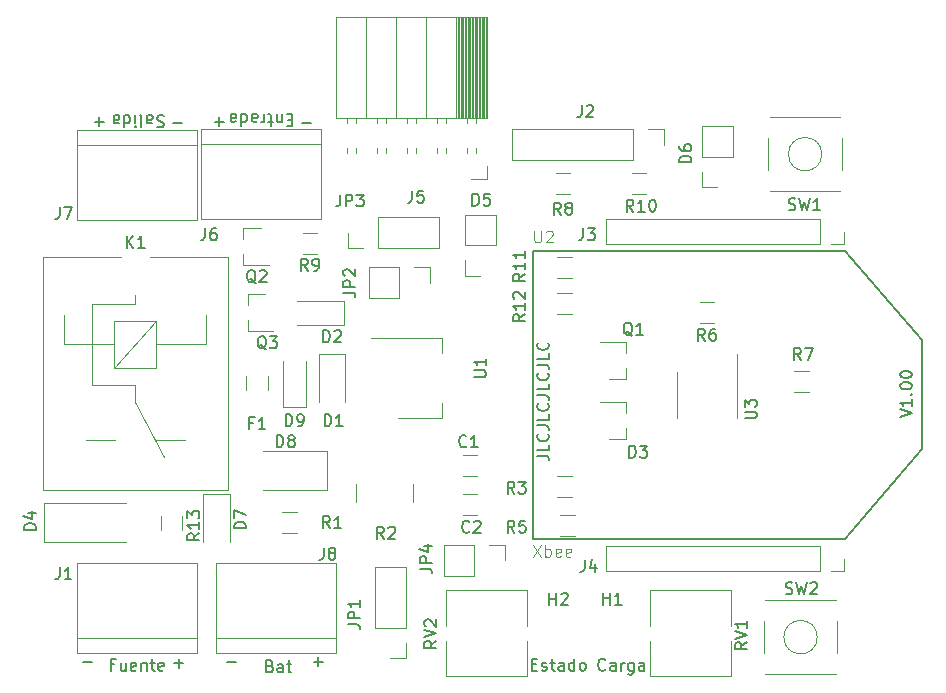
<source format=gto>
G04 #@! TF.GenerationSoftware,KiCad,Pcbnew,(5.1.2)-1*
G04 #@! TF.CreationDate,2019-11-15T10:44:12-03:00*
G04 #@! TF.ProjectId,Xbee,58626565-2e6b-4696-9361-645f70636258,rev?*
G04 #@! TF.SameCoordinates,Original*
G04 #@! TF.FileFunction,Legend,Top*
G04 #@! TF.FilePolarity,Positive*
%FSLAX46Y46*%
G04 Gerber Fmt 4.6, Leading zero omitted, Abs format (unit mm)*
G04 Created by KiCad (PCBNEW (5.1.2)-1) date 2019-11-15 10:44:12*
%MOMM*%
%LPD*%
G04 APERTURE LIST*
%ADD10C,0.150000*%
%ADD11C,0.120000*%
%ADD12C,0.200000*%
%ADD13C,0.050000*%
G04 APERTURE END LIST*
D10*
X156678380Y-57118000D02*
X157678380Y-56784666D01*
X156678380Y-56451333D01*
X157678380Y-55594190D02*
X157678380Y-56165619D01*
X157678380Y-55879904D02*
X156678380Y-55879904D01*
X156821238Y-55975142D01*
X156916476Y-56070380D01*
X156964095Y-56165619D01*
X157583142Y-55165619D02*
X157630761Y-55118000D01*
X157678380Y-55165619D01*
X157630761Y-55213238D01*
X157583142Y-55165619D01*
X157678380Y-55165619D01*
X156678380Y-54498952D02*
X156678380Y-54403714D01*
X156726000Y-54308476D01*
X156773619Y-54260857D01*
X156868857Y-54213238D01*
X157059333Y-54165619D01*
X157297428Y-54165619D01*
X157487904Y-54213238D01*
X157583142Y-54260857D01*
X157630761Y-54308476D01*
X157678380Y-54403714D01*
X157678380Y-54498952D01*
X157630761Y-54594190D01*
X157583142Y-54641809D01*
X157487904Y-54689428D01*
X157297428Y-54737047D01*
X157059333Y-54737047D01*
X156868857Y-54689428D01*
X156773619Y-54641809D01*
X156726000Y-54594190D01*
X156678380Y-54498952D01*
X156678380Y-53546571D02*
X156678380Y-53451333D01*
X156726000Y-53356095D01*
X156773619Y-53308476D01*
X156868857Y-53260857D01*
X157059333Y-53213238D01*
X157297428Y-53213238D01*
X157487904Y-53260857D01*
X157583142Y-53308476D01*
X157630761Y-53356095D01*
X157678380Y-53451333D01*
X157678380Y-53546571D01*
X157630761Y-53641809D01*
X157583142Y-53689428D01*
X157487904Y-53737047D01*
X157297428Y-53784666D01*
X157059333Y-53784666D01*
X156868857Y-53737047D01*
X156773619Y-53689428D01*
X156726000Y-53641809D01*
X156678380Y-53546571D01*
X125944380Y-60372047D02*
X126658666Y-60372047D01*
X126801523Y-60419666D01*
X126896761Y-60514904D01*
X126944380Y-60657761D01*
X126944380Y-60753000D01*
X126944380Y-59419666D02*
X126944380Y-59895857D01*
X125944380Y-59895857D01*
X126849142Y-58514904D02*
X126896761Y-58562523D01*
X126944380Y-58705380D01*
X126944380Y-58800619D01*
X126896761Y-58943476D01*
X126801523Y-59038714D01*
X126706285Y-59086333D01*
X126515809Y-59133952D01*
X126372952Y-59133952D01*
X126182476Y-59086333D01*
X126087238Y-59038714D01*
X125992000Y-58943476D01*
X125944380Y-58800619D01*
X125944380Y-58705380D01*
X125992000Y-58562523D01*
X126039619Y-58514904D01*
X125944380Y-57800619D02*
X126658666Y-57800619D01*
X126801523Y-57848238D01*
X126896761Y-57943476D01*
X126944380Y-58086333D01*
X126944380Y-58181571D01*
X126944380Y-56848238D02*
X126944380Y-57324428D01*
X125944380Y-57324428D01*
X126849142Y-55943476D02*
X126896761Y-55991095D01*
X126944380Y-56133952D01*
X126944380Y-56229190D01*
X126896761Y-56372047D01*
X126801523Y-56467285D01*
X126706285Y-56514904D01*
X126515809Y-56562523D01*
X126372952Y-56562523D01*
X126182476Y-56514904D01*
X126087238Y-56467285D01*
X125992000Y-56372047D01*
X125944380Y-56229190D01*
X125944380Y-56133952D01*
X125992000Y-55991095D01*
X126039619Y-55943476D01*
X125944380Y-55229190D02*
X126658666Y-55229190D01*
X126801523Y-55276809D01*
X126896761Y-55372047D01*
X126944380Y-55514904D01*
X126944380Y-55610142D01*
X126944380Y-54276809D02*
X126944380Y-54753000D01*
X125944380Y-54753000D01*
X126849142Y-53372047D02*
X126896761Y-53419666D01*
X126944380Y-53562523D01*
X126944380Y-53657761D01*
X126896761Y-53800619D01*
X126801523Y-53895857D01*
X126706285Y-53943476D01*
X126515809Y-53991095D01*
X126372952Y-53991095D01*
X126182476Y-53943476D01*
X126087238Y-53895857D01*
X125992000Y-53800619D01*
X125944380Y-53657761D01*
X125944380Y-53562523D01*
X125992000Y-53419666D01*
X126039619Y-53372047D01*
X125944380Y-52657761D02*
X126658666Y-52657761D01*
X126801523Y-52705380D01*
X126896761Y-52800619D01*
X126944380Y-52943476D01*
X126944380Y-53038714D01*
X126944380Y-51705380D02*
X126944380Y-52181571D01*
X125944380Y-52181571D01*
X126849142Y-50800619D02*
X126896761Y-50848238D01*
X126944380Y-50991095D01*
X126944380Y-51086333D01*
X126896761Y-51229190D01*
X126801523Y-51324428D01*
X126706285Y-51372047D01*
X126515809Y-51419666D01*
X126372952Y-51419666D01*
X126182476Y-51372047D01*
X126087238Y-51324428D01*
X125992000Y-51229190D01*
X125944380Y-51086333D01*
X125944380Y-50991095D01*
X125992000Y-50848238D01*
X126039619Y-50800619D01*
X131738857Y-78462142D02*
X131691238Y-78509761D01*
X131548380Y-78557380D01*
X131453142Y-78557380D01*
X131310285Y-78509761D01*
X131215047Y-78414523D01*
X131167428Y-78319285D01*
X131119809Y-78128809D01*
X131119809Y-77985952D01*
X131167428Y-77795476D01*
X131215047Y-77700238D01*
X131310285Y-77605000D01*
X131453142Y-77557380D01*
X131548380Y-77557380D01*
X131691238Y-77605000D01*
X131738857Y-77652619D01*
X132596000Y-78557380D02*
X132596000Y-78033571D01*
X132548380Y-77938333D01*
X132453142Y-77890714D01*
X132262666Y-77890714D01*
X132167428Y-77938333D01*
X132596000Y-78509761D02*
X132500761Y-78557380D01*
X132262666Y-78557380D01*
X132167428Y-78509761D01*
X132119809Y-78414523D01*
X132119809Y-78319285D01*
X132167428Y-78224047D01*
X132262666Y-78176428D01*
X132500761Y-78176428D01*
X132596000Y-78128809D01*
X133072190Y-78557380D02*
X133072190Y-77890714D01*
X133072190Y-78081190D02*
X133119809Y-77985952D01*
X133167428Y-77938333D01*
X133262666Y-77890714D01*
X133357904Y-77890714D01*
X134119809Y-77890714D02*
X134119809Y-78700238D01*
X134072190Y-78795476D01*
X134024571Y-78843095D01*
X133929333Y-78890714D01*
X133786476Y-78890714D01*
X133691238Y-78843095D01*
X134119809Y-78509761D02*
X134024571Y-78557380D01*
X133834095Y-78557380D01*
X133738857Y-78509761D01*
X133691238Y-78462142D01*
X133643619Y-78366904D01*
X133643619Y-78081190D01*
X133691238Y-77985952D01*
X133738857Y-77938333D01*
X133834095Y-77890714D01*
X134024571Y-77890714D01*
X134119809Y-77938333D01*
X135024571Y-78557380D02*
X135024571Y-78033571D01*
X134976952Y-77938333D01*
X134881714Y-77890714D01*
X134691238Y-77890714D01*
X134596000Y-77938333D01*
X135024571Y-78509761D02*
X134929333Y-78557380D01*
X134691238Y-78557380D01*
X134596000Y-78509761D01*
X134548380Y-78414523D01*
X134548380Y-78319285D01*
X134596000Y-78224047D01*
X134691238Y-78176428D01*
X134929333Y-78176428D01*
X135024571Y-78128809D01*
X125500095Y-78033571D02*
X125833428Y-78033571D01*
X125976285Y-78557380D02*
X125500095Y-78557380D01*
X125500095Y-77557380D01*
X125976285Y-77557380D01*
X126357238Y-78509761D02*
X126452476Y-78557380D01*
X126642952Y-78557380D01*
X126738190Y-78509761D01*
X126785809Y-78414523D01*
X126785809Y-78366904D01*
X126738190Y-78271666D01*
X126642952Y-78224047D01*
X126500095Y-78224047D01*
X126404857Y-78176428D01*
X126357238Y-78081190D01*
X126357238Y-78033571D01*
X126404857Y-77938333D01*
X126500095Y-77890714D01*
X126642952Y-77890714D01*
X126738190Y-77938333D01*
X127071523Y-77890714D02*
X127452476Y-77890714D01*
X127214380Y-77557380D02*
X127214380Y-78414523D01*
X127262000Y-78509761D01*
X127357238Y-78557380D01*
X127452476Y-78557380D01*
X128214380Y-78557380D02*
X128214380Y-78033571D01*
X128166761Y-77938333D01*
X128071523Y-77890714D01*
X127881047Y-77890714D01*
X127785809Y-77938333D01*
X128214380Y-78509761D02*
X128119142Y-78557380D01*
X127881047Y-78557380D01*
X127785809Y-78509761D01*
X127738190Y-78414523D01*
X127738190Y-78319285D01*
X127785809Y-78224047D01*
X127881047Y-78176428D01*
X128119142Y-78176428D01*
X128214380Y-78128809D01*
X129119142Y-78557380D02*
X129119142Y-77557380D01*
X129119142Y-78509761D02*
X129023904Y-78557380D01*
X128833428Y-78557380D01*
X128738190Y-78509761D01*
X128690571Y-78462142D01*
X128642952Y-78366904D01*
X128642952Y-78081190D01*
X128690571Y-77985952D01*
X128738190Y-77938333D01*
X128833428Y-77890714D01*
X129023904Y-77890714D01*
X129119142Y-77938333D01*
X129738190Y-78557380D02*
X129642952Y-78509761D01*
X129595333Y-78462142D01*
X129547714Y-78366904D01*
X129547714Y-78081190D01*
X129595333Y-77985952D01*
X129642952Y-77938333D01*
X129738190Y-77890714D01*
X129881047Y-77890714D01*
X129976285Y-77938333D01*
X130023904Y-77985952D01*
X130071523Y-78081190D01*
X130071523Y-78366904D01*
X130023904Y-78462142D01*
X129976285Y-78509761D01*
X129881047Y-78557380D01*
X129738190Y-78557380D01*
X98679047Y-32075428D02*
X99440952Y-32075428D01*
X99060000Y-32456380D02*
X99060000Y-31694476D01*
X88519047Y-32075428D02*
X89280952Y-32075428D01*
X88900000Y-32456380D02*
X88900000Y-31694476D01*
X106045047Y-32202428D02*
X106806952Y-32202428D01*
X95123047Y-32202428D02*
X95884952Y-32202428D01*
X105235047Y-31948428D02*
X104901714Y-31948428D01*
X104758857Y-31424619D02*
X105235047Y-31424619D01*
X105235047Y-32424619D01*
X104758857Y-32424619D01*
X104330285Y-32091285D02*
X104330285Y-31424619D01*
X104330285Y-31996047D02*
X104282666Y-32043666D01*
X104187428Y-32091285D01*
X104044571Y-32091285D01*
X103949333Y-32043666D01*
X103901714Y-31948428D01*
X103901714Y-31424619D01*
X103568380Y-32091285D02*
X103187428Y-32091285D01*
X103425523Y-32424619D02*
X103425523Y-31567476D01*
X103377904Y-31472238D01*
X103282666Y-31424619D01*
X103187428Y-31424619D01*
X102854095Y-31424619D02*
X102854095Y-32091285D01*
X102854095Y-31900809D02*
X102806476Y-31996047D01*
X102758857Y-32043666D01*
X102663619Y-32091285D01*
X102568380Y-32091285D01*
X101806476Y-31424619D02*
X101806476Y-31948428D01*
X101854095Y-32043666D01*
X101949333Y-32091285D01*
X102139809Y-32091285D01*
X102235047Y-32043666D01*
X101806476Y-31472238D02*
X101901714Y-31424619D01*
X102139809Y-31424619D01*
X102235047Y-31472238D01*
X102282666Y-31567476D01*
X102282666Y-31662714D01*
X102235047Y-31757952D01*
X102139809Y-31805571D01*
X101901714Y-31805571D01*
X101806476Y-31853190D01*
X100901714Y-31424619D02*
X100901714Y-32424619D01*
X100901714Y-31472238D02*
X100996952Y-31424619D01*
X101187428Y-31424619D01*
X101282666Y-31472238D01*
X101330285Y-31519857D01*
X101377904Y-31615095D01*
X101377904Y-31900809D01*
X101330285Y-31996047D01*
X101282666Y-32043666D01*
X101187428Y-32091285D01*
X100996952Y-32091285D01*
X100901714Y-32043666D01*
X99996952Y-31424619D02*
X99996952Y-31948428D01*
X100044571Y-32043666D01*
X100139809Y-32091285D01*
X100330285Y-32091285D01*
X100425523Y-32043666D01*
X99996952Y-31472238D02*
X100092190Y-31424619D01*
X100330285Y-31424619D01*
X100425523Y-31472238D01*
X100473142Y-31567476D01*
X100473142Y-31662714D01*
X100425523Y-31757952D01*
X100330285Y-31805571D01*
X100092190Y-31805571D01*
X99996952Y-31853190D01*
X94344857Y-31599238D02*
X94202000Y-31551619D01*
X93963904Y-31551619D01*
X93868666Y-31599238D01*
X93821047Y-31646857D01*
X93773428Y-31742095D01*
X93773428Y-31837333D01*
X93821047Y-31932571D01*
X93868666Y-31980190D01*
X93963904Y-32027809D01*
X94154380Y-32075428D01*
X94249619Y-32123047D01*
X94297238Y-32170666D01*
X94344857Y-32265904D01*
X94344857Y-32361142D01*
X94297238Y-32456380D01*
X94249619Y-32504000D01*
X94154380Y-32551619D01*
X93916285Y-32551619D01*
X93773428Y-32504000D01*
X92916285Y-31551619D02*
X92916285Y-32075428D01*
X92963904Y-32170666D01*
X93059142Y-32218285D01*
X93249619Y-32218285D01*
X93344857Y-32170666D01*
X92916285Y-31599238D02*
X93011523Y-31551619D01*
X93249619Y-31551619D01*
X93344857Y-31599238D01*
X93392476Y-31694476D01*
X93392476Y-31789714D01*
X93344857Y-31884952D01*
X93249619Y-31932571D01*
X93011523Y-31932571D01*
X92916285Y-31980190D01*
X92297238Y-31551619D02*
X92392476Y-31599238D01*
X92440095Y-31694476D01*
X92440095Y-32551619D01*
X91916285Y-31551619D02*
X91916285Y-32218285D01*
X91916285Y-32551619D02*
X91963904Y-32504000D01*
X91916285Y-32456380D01*
X91868666Y-32504000D01*
X91916285Y-32551619D01*
X91916285Y-32456380D01*
X91011523Y-31551619D02*
X91011523Y-32551619D01*
X91011523Y-31599238D02*
X91106761Y-31551619D01*
X91297238Y-31551619D01*
X91392476Y-31599238D01*
X91440095Y-31646857D01*
X91487714Y-31742095D01*
X91487714Y-32027809D01*
X91440095Y-32123047D01*
X91392476Y-32170666D01*
X91297238Y-32218285D01*
X91106761Y-32218285D01*
X91011523Y-32170666D01*
X90106761Y-31551619D02*
X90106761Y-32075428D01*
X90154380Y-32170666D01*
X90249619Y-32218285D01*
X90440095Y-32218285D01*
X90535333Y-32170666D01*
X90106761Y-31599238D02*
X90202000Y-31551619D01*
X90440095Y-31551619D01*
X90535333Y-31599238D01*
X90582952Y-31694476D01*
X90582952Y-31789714D01*
X90535333Y-31884952D01*
X90440095Y-31932571D01*
X90202000Y-31932571D01*
X90106761Y-31980190D01*
X95250047Y-77922428D02*
X96011952Y-77922428D01*
X95631000Y-78303380D02*
X95631000Y-77541476D01*
X87503047Y-77795428D02*
X88264952Y-77795428D01*
X90170238Y-78033571D02*
X89836904Y-78033571D01*
X89836904Y-78557380D02*
X89836904Y-77557380D01*
X90313095Y-77557380D01*
X91122619Y-77890714D02*
X91122619Y-78557380D01*
X90694047Y-77890714D02*
X90694047Y-78414523D01*
X90741666Y-78509761D01*
X90836904Y-78557380D01*
X90979761Y-78557380D01*
X91075000Y-78509761D01*
X91122619Y-78462142D01*
X91979761Y-78509761D02*
X91884523Y-78557380D01*
X91694047Y-78557380D01*
X91598809Y-78509761D01*
X91551190Y-78414523D01*
X91551190Y-78033571D01*
X91598809Y-77938333D01*
X91694047Y-77890714D01*
X91884523Y-77890714D01*
X91979761Y-77938333D01*
X92027380Y-78033571D01*
X92027380Y-78128809D01*
X91551190Y-78224047D01*
X92455952Y-77890714D02*
X92455952Y-78557380D01*
X92455952Y-77985952D02*
X92503571Y-77938333D01*
X92598809Y-77890714D01*
X92741666Y-77890714D01*
X92836904Y-77938333D01*
X92884523Y-78033571D01*
X92884523Y-78557380D01*
X93217857Y-77890714D02*
X93598809Y-77890714D01*
X93360714Y-77557380D02*
X93360714Y-78414523D01*
X93408333Y-78509761D01*
X93503571Y-78557380D01*
X93598809Y-78557380D01*
X94313095Y-78509761D02*
X94217857Y-78557380D01*
X94027380Y-78557380D01*
X93932142Y-78509761D01*
X93884523Y-78414523D01*
X93884523Y-78033571D01*
X93932142Y-77938333D01*
X94027380Y-77890714D01*
X94217857Y-77890714D01*
X94313095Y-77938333D01*
X94360714Y-78033571D01*
X94360714Y-78128809D01*
X93884523Y-78224047D01*
X99695047Y-77795428D02*
X100456952Y-77795428D01*
X107061047Y-77795428D02*
X107822952Y-77795428D01*
X107442000Y-78176380D02*
X107442000Y-77414476D01*
X103346333Y-78160571D02*
X103489190Y-78208190D01*
X103536809Y-78255809D01*
X103584428Y-78351047D01*
X103584428Y-78493904D01*
X103536809Y-78589142D01*
X103489190Y-78636761D01*
X103393952Y-78684380D01*
X103013000Y-78684380D01*
X103013000Y-77684380D01*
X103346333Y-77684380D01*
X103441571Y-77732000D01*
X103489190Y-77779619D01*
X103536809Y-77874857D01*
X103536809Y-77970095D01*
X103489190Y-78065333D01*
X103441571Y-78112952D01*
X103346333Y-78160571D01*
X103013000Y-78160571D01*
X104441571Y-78684380D02*
X104441571Y-78160571D01*
X104393952Y-78065333D01*
X104298714Y-78017714D01*
X104108238Y-78017714D01*
X104013000Y-78065333D01*
X104441571Y-78636761D02*
X104346333Y-78684380D01*
X104108238Y-78684380D01*
X104013000Y-78636761D01*
X103965380Y-78541523D01*
X103965380Y-78446285D01*
X104013000Y-78351047D01*
X104108238Y-78303428D01*
X104346333Y-78303428D01*
X104441571Y-78255809D01*
X104774904Y-78017714D02*
X105155857Y-78017714D01*
X104917761Y-77684380D02*
X104917761Y-78541523D01*
X104965380Y-78636761D01*
X105060619Y-78684380D01*
X105155857Y-78684380D01*
D11*
X97155000Y-32766000D02*
X86995000Y-32766000D01*
X97155000Y-40386000D02*
X97155000Y-32766000D01*
X86995000Y-40386000D02*
X97155000Y-40386000D01*
X86995000Y-32766000D02*
X86995000Y-40386000D01*
X86995000Y-34036000D02*
X97155000Y-34036000D01*
D12*
X158556640Y-50590720D02*
X158556640Y-59790720D01*
X152026640Y-67380720D02*
X125616640Y-67380720D01*
X125616640Y-67380720D02*
X125616640Y-43000720D01*
X125616640Y-43000720D02*
X152026640Y-43000720D01*
X152026640Y-43000720D02*
X158556640Y-50590720D01*
X152026640Y-67380720D02*
X158556640Y-59790720D01*
D11*
X97169000Y-75815000D02*
X87009000Y-75815000D01*
X97169000Y-77085000D02*
X97169000Y-69465000D01*
X97169000Y-69465000D02*
X87009000Y-69465000D01*
X87009000Y-69465000D02*
X87009000Y-77085000D01*
X87009000Y-77085000D02*
X97169000Y-77085000D01*
X142358000Y-78998000D02*
X135518000Y-78998000D01*
X142358000Y-71758000D02*
X135518000Y-71758000D01*
X135518000Y-76088000D02*
X135518000Y-78998000D01*
X135518000Y-71758000D02*
X135518000Y-74788000D01*
X142358000Y-76088000D02*
X142358000Y-78998000D01*
X142358000Y-71758000D02*
X142358000Y-74788000D01*
X121726000Y-35814000D02*
X121726000Y-36924000D01*
X121726000Y-36924000D02*
X120396000Y-36924000D01*
X121726000Y-23184000D02*
X108906000Y-23184000D01*
X108906000Y-23184000D02*
X108906000Y-31814000D01*
X121726000Y-31814000D02*
X108906000Y-31814000D01*
X121726000Y-23184000D02*
X121726000Y-31814000D01*
X111506000Y-23184000D02*
X111506000Y-31814000D01*
X114046000Y-23184000D02*
X114046000Y-31814000D01*
X116586000Y-23184000D02*
X116586000Y-31814000D01*
X119126000Y-23184000D02*
X119126000Y-31814000D01*
X109876000Y-34324000D02*
X109876000Y-34764000D01*
X109876000Y-31814000D02*
X109876000Y-32224000D01*
X110596000Y-34324000D02*
X110596000Y-34764000D01*
X110596000Y-31814000D02*
X110596000Y-32224000D01*
X112416000Y-34324000D02*
X112416000Y-34764000D01*
X112416000Y-31814000D02*
X112416000Y-32224000D01*
X113136000Y-34324000D02*
X113136000Y-34764000D01*
X113136000Y-31814000D02*
X113136000Y-32224000D01*
X114956000Y-34324000D02*
X114956000Y-34764000D01*
X114956000Y-31814000D02*
X114956000Y-32224000D01*
X115676000Y-34324000D02*
X115676000Y-34764000D01*
X115676000Y-31814000D02*
X115676000Y-32224000D01*
X117496000Y-34324000D02*
X117496000Y-34764000D01*
X117496000Y-31814000D02*
X117496000Y-32224000D01*
X118216000Y-34324000D02*
X118216000Y-34764000D01*
X118216000Y-31814000D02*
X118216000Y-32224000D01*
X120036000Y-34324000D02*
X120036000Y-34704000D01*
X120036000Y-31814000D02*
X120036000Y-32224000D01*
X120756000Y-34324000D02*
X120756000Y-34704000D01*
X120756000Y-31814000D02*
X120756000Y-32224000D01*
X119244100Y-23184000D02*
X119244100Y-31814000D01*
X119362195Y-23184000D02*
X119362195Y-31814000D01*
X119480290Y-23184000D02*
X119480290Y-31814000D01*
X119598385Y-23184000D02*
X119598385Y-31814000D01*
X119716480Y-23184000D02*
X119716480Y-31814000D01*
X119834575Y-23184000D02*
X119834575Y-31814000D01*
X119952670Y-23184000D02*
X119952670Y-31814000D01*
X120070765Y-23184000D02*
X120070765Y-31814000D01*
X120188860Y-23184000D02*
X120188860Y-31814000D01*
X120306955Y-23184000D02*
X120306955Y-31814000D01*
X120425050Y-23184000D02*
X120425050Y-31814000D01*
X120543145Y-23184000D02*
X120543145Y-31814000D01*
X120661240Y-23184000D02*
X120661240Y-31814000D01*
X120779335Y-23184000D02*
X120779335Y-31814000D01*
X120897430Y-23184000D02*
X120897430Y-31814000D01*
X121015525Y-23184000D02*
X121015525Y-31814000D01*
X121133620Y-23184000D02*
X121133620Y-31814000D01*
X121251715Y-23184000D02*
X121251715Y-31814000D01*
X121369810Y-23184000D02*
X121369810Y-31814000D01*
X121487905Y-23184000D02*
X121487905Y-31814000D01*
X121606000Y-23184000D02*
X121606000Y-31814000D01*
X108175000Y-63245000D02*
X102775000Y-63245000D01*
X108175000Y-59945000D02*
X102775000Y-59945000D01*
X108175000Y-63245000D02*
X108175000Y-59945000D01*
X84246000Y-64390000D02*
X91146000Y-64390000D01*
X84246000Y-67690000D02*
X91146000Y-67690000D01*
X84246000Y-64390000D02*
X84246000Y-67690000D01*
X119666936Y-65426000D02*
X120871064Y-65426000D01*
X119666936Y-63606000D02*
X120871064Y-63606000D01*
X119666936Y-62124000D02*
X120871064Y-62124000D01*
X119666936Y-60304000D02*
X120871064Y-60304000D01*
X125086000Y-78998000D02*
X118246000Y-78998000D01*
X125086000Y-71758000D02*
X118246000Y-71758000D01*
X118246000Y-76088000D02*
X118246000Y-78998000D01*
X118246000Y-71758000D02*
X118246000Y-74788000D01*
X125086000Y-76088000D02*
X125086000Y-78998000D01*
X125086000Y-71758000D02*
X125086000Y-74788000D01*
X94086000Y-65437936D02*
X94086000Y-66642064D01*
X95906000Y-65437936D02*
X95906000Y-66642064D01*
X128872064Y-46588000D02*
X127667936Y-46588000D01*
X128872064Y-48408000D02*
X127667936Y-48408000D01*
X128872064Y-43540000D02*
X127667936Y-43540000D01*
X128872064Y-45360000D02*
X127667936Y-45360000D01*
X105594564Y-65130000D02*
X104390436Y-65130000D01*
X105594564Y-66950000D02*
X104390436Y-66950000D01*
X97671000Y-63580000D02*
X97671000Y-67640000D01*
X99941000Y-63580000D02*
X97671000Y-63580000D01*
X99941000Y-67640000D02*
X99941000Y-63580000D01*
X107450000Y-51732500D02*
X107450000Y-55792500D01*
X109720000Y-51732500D02*
X107450000Y-51732500D01*
X109720000Y-55792500D02*
X109720000Y-51732500D01*
X147733936Y-55012000D02*
X148938064Y-55012000D01*
X147733936Y-53192000D02*
X148938064Y-53192000D01*
X139732936Y-49170000D02*
X140937064Y-49170000D01*
X139732936Y-47350000D02*
X140937064Y-47350000D01*
X145141000Y-77068000D02*
X145141000Y-74388000D01*
X151381000Y-74388000D02*
X151381000Y-77068000D01*
X151231000Y-78848000D02*
X145291000Y-78848000D01*
X151231000Y-72608000D02*
X145291000Y-72608000D01*
X149675214Y-75728000D02*
G75*
G03X149675214Y-75728000I-1414214J0D01*
G01*
X150056214Y-34834000D02*
G75*
G03X150056214Y-34834000I-1414214J0D01*
G01*
X151612000Y-31714000D02*
X145672000Y-31714000D01*
X151612000Y-37954000D02*
X145672000Y-37954000D01*
X151762000Y-33494000D02*
X151762000Y-36174000D01*
X145522000Y-36174000D02*
X145522000Y-33494000D01*
X121158000Y-45145000D02*
X119828000Y-45145000D01*
X119828000Y-45145000D02*
X119828000Y-43815000D01*
X119828000Y-42545000D02*
X119828000Y-39945000D01*
X122488000Y-39945000D02*
X119828000Y-39945000D01*
X122488000Y-42545000D02*
X122488000Y-39945000D01*
X122488000Y-42545000D02*
X119828000Y-42545000D01*
X109565000Y-49260000D02*
X105665000Y-49260000D01*
X109565000Y-47260000D02*
X105665000Y-47260000D01*
X109565000Y-49260000D02*
X109565000Y-47260000D01*
X101325000Y-53590436D02*
X101325000Y-54794564D01*
X103145000Y-53590436D02*
X103145000Y-54794564D01*
X110620000Y-62722936D02*
X110620000Y-64277064D01*
X115440000Y-62722936D02*
X115440000Y-64277064D01*
X151934000Y-69088000D02*
X151934000Y-70148000D01*
X151934000Y-70148000D02*
X150874000Y-70148000D01*
X149874000Y-70148000D02*
X131814000Y-70148000D01*
X131814000Y-68028000D02*
X131814000Y-70148000D01*
X149874000Y-68028000D02*
X131814000Y-68028000D01*
X149874000Y-68028000D02*
X149874000Y-70148000D01*
X151936000Y-41402000D02*
X151936000Y-42462000D01*
X151936000Y-42462000D02*
X150876000Y-42462000D01*
X149876000Y-42462000D02*
X131816000Y-42462000D01*
X131816000Y-40342000D02*
X131816000Y-42462000D01*
X149876000Y-40342000D02*
X131816000Y-40342000D01*
X149876000Y-40342000D02*
X149876000Y-42462000D01*
X101475000Y-46680000D02*
X102935000Y-46680000D01*
X101475000Y-49840000D02*
X103635000Y-49840000D01*
X101475000Y-49840000D02*
X101475000Y-48910000D01*
X101475000Y-46680000D02*
X101475000Y-47610000D01*
X104410000Y-56225000D02*
X104410000Y-52325000D01*
X106410000Y-56225000D02*
X106410000Y-52325000D01*
X104410000Y-56225000D02*
X106410000Y-56225000D01*
X98809000Y-77110000D02*
X108969000Y-77110000D01*
X98809000Y-69490000D02*
X98809000Y-77110000D01*
X108969000Y-69490000D02*
X98809000Y-69490000D01*
X108969000Y-77110000D02*
X108969000Y-69490000D01*
X108969000Y-75840000D02*
X98809000Y-75840000D01*
X111894000Y-50381000D02*
X117904000Y-50381000D01*
X114144000Y-57201000D02*
X117904000Y-57201000D01*
X117904000Y-50381000D02*
X117904000Y-51641000D01*
X117904000Y-57201000D02*
X117904000Y-55941000D01*
X90098000Y-52950000D02*
X90098000Y-48950000D01*
X93698000Y-52950000D02*
X90098000Y-52950000D01*
X93698000Y-48950000D02*
X93698000Y-52950000D01*
X90098000Y-48950000D02*
X93698000Y-48950000D01*
X90098000Y-52950000D02*
X93698000Y-48950000D01*
X90098000Y-50950000D02*
X85898000Y-50950000D01*
X97898000Y-50950000D02*
X93698000Y-50950000D01*
X91898000Y-47550000D02*
X88298000Y-47550000D01*
X91898000Y-54350000D02*
X88298000Y-54350000D01*
X88298000Y-54350000D02*
X88298000Y-47550000D01*
X91898000Y-55850000D02*
X94398000Y-60450000D01*
X91898000Y-54350000D02*
X91898000Y-55850000D01*
X97898000Y-50950000D02*
X97898000Y-48450000D01*
X91898000Y-47550000D02*
X91898000Y-46750000D01*
X85898000Y-48450000D02*
X85898000Y-50950000D01*
X96148000Y-59050000D02*
X93648000Y-59050000D01*
X87748000Y-59050000D02*
X90198000Y-59050000D01*
X84148000Y-63300000D02*
X84148000Y-43500000D01*
X99748000Y-63300000D02*
X84148000Y-63300000D01*
X99748000Y-43500000D02*
X99748000Y-63300000D01*
X99748000Y-43500000D02*
X93148000Y-43500000D01*
X90748000Y-43500000D02*
X84148000Y-43500000D01*
X101094000Y-41092000D02*
X102554000Y-41092000D01*
X101094000Y-44252000D02*
X103254000Y-44252000D01*
X101094000Y-44252000D02*
X101094000Y-43322000D01*
X101094000Y-41092000D02*
X101094000Y-42022000D01*
X133475000Y-53904000D02*
X132015000Y-53904000D01*
X133475000Y-50744000D02*
X131315000Y-50744000D01*
X133475000Y-50744000D02*
X133475000Y-51674000D01*
X133475000Y-53904000D02*
X133475000Y-52974000D01*
X133475000Y-58984000D02*
X132015000Y-58984000D01*
X133475000Y-55824000D02*
X131315000Y-55824000D01*
X133475000Y-55824000D02*
X133475000Y-56754000D01*
X133475000Y-58984000D02*
X133475000Y-58054000D01*
X142895000Y-55245000D02*
X142895000Y-51795000D01*
X142895000Y-55245000D02*
X142895000Y-57195000D01*
X137775000Y-55245000D02*
X137775000Y-53295000D01*
X137775000Y-55245000D02*
X137775000Y-57195000D01*
X141224000Y-37652000D02*
X139894000Y-37652000D01*
X139894000Y-37652000D02*
X139894000Y-36322000D01*
X139894000Y-35052000D02*
X139894000Y-32452000D01*
X142554000Y-32452000D02*
X139894000Y-32452000D01*
X142554000Y-35052000D02*
X142554000Y-32452000D01*
X142554000Y-35052000D02*
X139894000Y-35052000D01*
X123847000Y-32706000D02*
X123847000Y-35366000D01*
X134067000Y-32706000D02*
X123847000Y-32706000D01*
X134067000Y-35366000D02*
X123847000Y-35366000D01*
X134067000Y-32706000D02*
X134067000Y-35366000D01*
X135337000Y-32706000D02*
X136667000Y-32706000D01*
X136667000Y-32706000D02*
X136667000Y-34036000D01*
X97535000Y-34010000D02*
X107695000Y-34010000D01*
X97535000Y-32740000D02*
X97535000Y-40360000D01*
X97535000Y-40360000D02*
X107695000Y-40360000D01*
X107695000Y-40360000D02*
X107695000Y-32740000D01*
X107695000Y-32740000D02*
X97535000Y-32740000D01*
X114868000Y-77530000D02*
X113538000Y-77530000D01*
X114868000Y-76200000D02*
X114868000Y-77530000D01*
X114868000Y-74930000D02*
X112208000Y-74930000D01*
X112208000Y-74930000D02*
X112208000Y-69790000D01*
X114868000Y-74930000D02*
X114868000Y-69790000D01*
X114868000Y-69790000D02*
X112208000Y-69790000D01*
X116900000Y-44390000D02*
X116900000Y-45720000D01*
X115570000Y-44390000D02*
X116900000Y-44390000D01*
X114300000Y-44390000D02*
X114300000Y-47050000D01*
X114300000Y-47050000D02*
X111700000Y-47050000D01*
X114300000Y-44390000D02*
X111700000Y-44390000D01*
X111700000Y-44390000D02*
X111700000Y-47050000D01*
X117659460Y-42798040D02*
X117659460Y-40138040D01*
X112519460Y-42798040D02*
X117659460Y-42798040D01*
X112519460Y-40138040D02*
X117659460Y-40138040D01*
X112519460Y-42798040D02*
X112519460Y-40138040D01*
X111249460Y-42798040D02*
X109919460Y-42798040D01*
X109919460Y-42798040D02*
X109919460Y-41468040D01*
X118050000Y-67885000D02*
X118050000Y-70545000D01*
X120650000Y-67885000D02*
X118050000Y-67885000D01*
X120650000Y-70545000D02*
X118050000Y-70545000D01*
X120650000Y-67885000D02*
X120650000Y-70545000D01*
X121920000Y-67885000D02*
X123250000Y-67885000D01*
X123250000Y-67885000D02*
X123250000Y-69215000D01*
X128872064Y-63902000D02*
X127667936Y-63902000D01*
X128872064Y-62082000D02*
X127667936Y-62082000D01*
X129126064Y-65384000D02*
X127921936Y-65384000D01*
X129126064Y-67204000D02*
X127921936Y-67204000D01*
X128745064Y-36428000D02*
X127540936Y-36428000D01*
X128745064Y-38248000D02*
X127540936Y-38248000D01*
X107318564Y-43328000D02*
X106114436Y-43328000D01*
X107318564Y-41508000D02*
X106114436Y-41508000D01*
X135185564Y-38248000D02*
X133981436Y-38248000D01*
X135185564Y-36428000D02*
X133981436Y-36428000D01*
D10*
X85556666Y-39306380D02*
X85556666Y-40020666D01*
X85509047Y-40163523D01*
X85413809Y-40258761D01*
X85270952Y-40306380D01*
X85175714Y-40306380D01*
X85937619Y-39306380D02*
X86604285Y-39306380D01*
X86175714Y-40306380D01*
D13*
X125718790Y-41307421D02*
X125718790Y-42117949D01*
X125766468Y-42213305D01*
X125814146Y-42260983D01*
X125909502Y-42308661D01*
X126100215Y-42308661D01*
X126195571Y-42260983D01*
X126243249Y-42213305D01*
X126290927Y-42117949D01*
X126290927Y-41307421D01*
X126720030Y-41402778D02*
X126767708Y-41355100D01*
X126863064Y-41307421D01*
X127101455Y-41307421D01*
X127196811Y-41355100D01*
X127244489Y-41402778D01*
X127292167Y-41498134D01*
X127292167Y-41593490D01*
X127244489Y-41736524D01*
X126672352Y-42308661D01*
X127292167Y-42308661D01*
X125609007Y-67904669D02*
X126276540Y-68905969D01*
X126276540Y-67904669D02*
X125609007Y-68905969D01*
X126657988Y-68905969D02*
X126657988Y-67904669D01*
X126657988Y-68286116D02*
X126753350Y-68238435D01*
X126944073Y-68238435D01*
X127039435Y-68286116D01*
X127087116Y-68333797D01*
X127134797Y-68429159D01*
X127134797Y-68715245D01*
X127087116Y-68810607D01*
X127039435Y-68858288D01*
X126944073Y-68905969D01*
X126753350Y-68905969D01*
X126657988Y-68858288D01*
X127945373Y-68858288D02*
X127850011Y-68905969D01*
X127659288Y-68905969D01*
X127563926Y-68858288D01*
X127516245Y-68762926D01*
X127516245Y-68381478D01*
X127563926Y-68286116D01*
X127659288Y-68238435D01*
X127850011Y-68238435D01*
X127945373Y-68286116D01*
X127993054Y-68381478D01*
X127993054Y-68476840D01*
X127516245Y-68572202D01*
X128803630Y-68858288D02*
X128708269Y-68905969D01*
X128517545Y-68905969D01*
X128422183Y-68858288D01*
X128374502Y-68762926D01*
X128374502Y-68381478D01*
X128422183Y-68286116D01*
X128517545Y-68238435D01*
X128708269Y-68238435D01*
X128803630Y-68286116D01*
X128851311Y-68381478D01*
X128851311Y-68476840D01*
X128374502Y-68572202D01*
D10*
X85518666Y-69810380D02*
X85518666Y-70524666D01*
X85471047Y-70667523D01*
X85375809Y-70762761D01*
X85232952Y-70810380D01*
X85137714Y-70810380D01*
X86518666Y-70810380D02*
X85947238Y-70810380D01*
X86232952Y-70810380D02*
X86232952Y-69810380D01*
X86137714Y-69953238D01*
X86042476Y-70048476D01*
X85947238Y-70096095D01*
X143708380Y-76160238D02*
X143232190Y-76493571D01*
X143708380Y-76731666D02*
X142708380Y-76731666D01*
X142708380Y-76350714D01*
X142756000Y-76255476D01*
X142803619Y-76207857D01*
X142898857Y-76160238D01*
X143041714Y-76160238D01*
X143136952Y-76207857D01*
X143184571Y-76255476D01*
X143232190Y-76350714D01*
X143232190Y-76731666D01*
X142708380Y-75874523D02*
X143708380Y-75541190D01*
X142708380Y-75207857D01*
X143708380Y-74350714D02*
X143708380Y-74922142D01*
X143708380Y-74636428D02*
X142708380Y-74636428D01*
X142851238Y-74731666D01*
X142946476Y-74826904D01*
X142994095Y-74922142D01*
X115363666Y-37933380D02*
X115363666Y-38647666D01*
X115316047Y-38790523D01*
X115220809Y-38885761D01*
X115077952Y-38933380D01*
X114982714Y-38933380D01*
X116316047Y-37933380D02*
X115839857Y-37933380D01*
X115792238Y-38409571D01*
X115839857Y-38361952D01*
X115935095Y-38314333D01*
X116173190Y-38314333D01*
X116268428Y-38361952D01*
X116316047Y-38409571D01*
X116363666Y-38504809D01*
X116363666Y-38742904D01*
X116316047Y-38838142D01*
X116268428Y-38885761D01*
X116173190Y-38933380D01*
X115935095Y-38933380D01*
X115839857Y-38885761D01*
X115792238Y-38838142D01*
X103909904Y-59634380D02*
X103909904Y-58634380D01*
X104148000Y-58634380D01*
X104290857Y-58682000D01*
X104386095Y-58777238D01*
X104433714Y-58872476D01*
X104481333Y-59062952D01*
X104481333Y-59205809D01*
X104433714Y-59396285D01*
X104386095Y-59491523D01*
X104290857Y-59586761D01*
X104148000Y-59634380D01*
X103909904Y-59634380D01*
X105052761Y-59062952D02*
X104957523Y-59015333D01*
X104909904Y-58967714D01*
X104862285Y-58872476D01*
X104862285Y-58824857D01*
X104909904Y-58729619D01*
X104957523Y-58682000D01*
X105052761Y-58634380D01*
X105243238Y-58634380D01*
X105338476Y-58682000D01*
X105386095Y-58729619D01*
X105433714Y-58824857D01*
X105433714Y-58872476D01*
X105386095Y-58967714D01*
X105338476Y-59015333D01*
X105243238Y-59062952D01*
X105052761Y-59062952D01*
X104957523Y-59110571D01*
X104909904Y-59158190D01*
X104862285Y-59253428D01*
X104862285Y-59443904D01*
X104909904Y-59539142D01*
X104957523Y-59586761D01*
X105052761Y-59634380D01*
X105243238Y-59634380D01*
X105338476Y-59586761D01*
X105386095Y-59539142D01*
X105433714Y-59443904D01*
X105433714Y-59253428D01*
X105386095Y-59158190D01*
X105338476Y-59110571D01*
X105243238Y-59062952D01*
X83510380Y-66651095D02*
X82510380Y-66651095D01*
X82510380Y-66413000D01*
X82558000Y-66270142D01*
X82653238Y-66174904D01*
X82748476Y-66127285D01*
X82938952Y-66079666D01*
X83081809Y-66079666D01*
X83272285Y-66127285D01*
X83367523Y-66174904D01*
X83462761Y-66270142D01*
X83510380Y-66413000D01*
X83510380Y-66651095D01*
X82843714Y-65222523D02*
X83510380Y-65222523D01*
X82462761Y-65460619D02*
X83177047Y-65698714D01*
X83177047Y-65079666D01*
X120229333Y-66778142D02*
X120181714Y-66825761D01*
X120038857Y-66873380D01*
X119943619Y-66873380D01*
X119800761Y-66825761D01*
X119705523Y-66730523D01*
X119657904Y-66635285D01*
X119610285Y-66444809D01*
X119610285Y-66301952D01*
X119657904Y-66111476D01*
X119705523Y-66016238D01*
X119800761Y-65921000D01*
X119943619Y-65873380D01*
X120038857Y-65873380D01*
X120181714Y-65921000D01*
X120229333Y-65968619D01*
X120610285Y-65968619D02*
X120657904Y-65921000D01*
X120753142Y-65873380D01*
X120991238Y-65873380D01*
X121086476Y-65921000D01*
X121134095Y-65968619D01*
X121181714Y-66063857D01*
X121181714Y-66159095D01*
X121134095Y-66301952D01*
X120562666Y-66873380D01*
X121181714Y-66873380D01*
X119975333Y-59539142D02*
X119927714Y-59586761D01*
X119784857Y-59634380D01*
X119689619Y-59634380D01*
X119546761Y-59586761D01*
X119451523Y-59491523D01*
X119403904Y-59396285D01*
X119356285Y-59205809D01*
X119356285Y-59062952D01*
X119403904Y-58872476D01*
X119451523Y-58777238D01*
X119546761Y-58682000D01*
X119689619Y-58634380D01*
X119784857Y-58634380D01*
X119927714Y-58682000D01*
X119975333Y-58729619D01*
X120927714Y-59634380D02*
X120356285Y-59634380D01*
X120642000Y-59634380D02*
X120642000Y-58634380D01*
X120546761Y-58777238D01*
X120451523Y-58872476D01*
X120356285Y-58920095D01*
X117419380Y-76033238D02*
X116943190Y-76366571D01*
X117419380Y-76604666D02*
X116419380Y-76604666D01*
X116419380Y-76223714D01*
X116467000Y-76128476D01*
X116514619Y-76080857D01*
X116609857Y-76033238D01*
X116752714Y-76033238D01*
X116847952Y-76080857D01*
X116895571Y-76128476D01*
X116943190Y-76223714D01*
X116943190Y-76604666D01*
X116419380Y-75747523D02*
X117419380Y-75414190D01*
X116419380Y-75080857D01*
X116514619Y-74795142D02*
X116467000Y-74747523D01*
X116419380Y-74652285D01*
X116419380Y-74414190D01*
X116467000Y-74318952D01*
X116514619Y-74271333D01*
X116609857Y-74223714D01*
X116705095Y-74223714D01*
X116847952Y-74271333D01*
X117419380Y-74842761D01*
X117419380Y-74223714D01*
X97353380Y-66936857D02*
X96877190Y-67270190D01*
X97353380Y-67508285D02*
X96353380Y-67508285D01*
X96353380Y-67127333D01*
X96401000Y-67032095D01*
X96448619Y-66984476D01*
X96543857Y-66936857D01*
X96686714Y-66936857D01*
X96781952Y-66984476D01*
X96829571Y-67032095D01*
X96877190Y-67127333D01*
X96877190Y-67508285D01*
X97353380Y-65984476D02*
X97353380Y-66555904D01*
X97353380Y-66270190D02*
X96353380Y-66270190D01*
X96496238Y-66365428D01*
X96591476Y-66460666D01*
X96639095Y-66555904D01*
X96353380Y-65651142D02*
X96353380Y-65032095D01*
X96734333Y-65365428D01*
X96734333Y-65222571D01*
X96781952Y-65127333D01*
X96829571Y-65079714D01*
X96924809Y-65032095D01*
X97162904Y-65032095D01*
X97258142Y-65079714D01*
X97305761Y-65127333D01*
X97353380Y-65222571D01*
X97353380Y-65508285D01*
X97305761Y-65603523D01*
X97258142Y-65651142D01*
X124912380Y-48394857D02*
X124436190Y-48728190D01*
X124912380Y-48966285D02*
X123912380Y-48966285D01*
X123912380Y-48585333D01*
X123960000Y-48490095D01*
X124007619Y-48442476D01*
X124102857Y-48394857D01*
X124245714Y-48394857D01*
X124340952Y-48442476D01*
X124388571Y-48490095D01*
X124436190Y-48585333D01*
X124436190Y-48966285D01*
X124912380Y-47442476D02*
X124912380Y-48013904D01*
X124912380Y-47728190D02*
X123912380Y-47728190D01*
X124055238Y-47823428D01*
X124150476Y-47918666D01*
X124198095Y-48013904D01*
X124007619Y-47061523D02*
X123960000Y-47013904D01*
X123912380Y-46918666D01*
X123912380Y-46680571D01*
X123960000Y-46585333D01*
X124007619Y-46537714D01*
X124102857Y-46490095D01*
X124198095Y-46490095D01*
X124340952Y-46537714D01*
X124912380Y-47109142D01*
X124912380Y-46490095D01*
X124912380Y-44965857D02*
X124436190Y-45299190D01*
X124912380Y-45537285D02*
X123912380Y-45537285D01*
X123912380Y-45156333D01*
X123960000Y-45061095D01*
X124007619Y-45013476D01*
X124102857Y-44965857D01*
X124245714Y-44965857D01*
X124340952Y-45013476D01*
X124388571Y-45061095D01*
X124436190Y-45156333D01*
X124436190Y-45537285D01*
X124912380Y-44013476D02*
X124912380Y-44584904D01*
X124912380Y-44299190D02*
X123912380Y-44299190D01*
X124055238Y-44394428D01*
X124150476Y-44489666D01*
X124198095Y-44584904D01*
X124912380Y-43061095D02*
X124912380Y-43632523D01*
X124912380Y-43346809D02*
X123912380Y-43346809D01*
X124055238Y-43442047D01*
X124150476Y-43537285D01*
X124198095Y-43632523D01*
X108418333Y-66492380D02*
X108085000Y-66016190D01*
X107846904Y-66492380D02*
X107846904Y-65492380D01*
X108227857Y-65492380D01*
X108323095Y-65540000D01*
X108370714Y-65587619D01*
X108418333Y-65682857D01*
X108418333Y-65825714D01*
X108370714Y-65920952D01*
X108323095Y-65968571D01*
X108227857Y-66016190D01*
X107846904Y-66016190D01*
X109370714Y-66492380D02*
X108799285Y-66492380D01*
X109085000Y-66492380D02*
X109085000Y-65492380D01*
X108989761Y-65635238D01*
X108894523Y-65730476D01*
X108799285Y-65778095D01*
X101290380Y-66524095D02*
X100290380Y-66524095D01*
X100290380Y-66286000D01*
X100338000Y-66143142D01*
X100433238Y-66047904D01*
X100528476Y-66000285D01*
X100718952Y-65952666D01*
X100861809Y-65952666D01*
X101052285Y-66000285D01*
X101147523Y-66047904D01*
X101242761Y-66143142D01*
X101290380Y-66286000D01*
X101290380Y-66524095D01*
X100290380Y-65619333D02*
X100290380Y-64952666D01*
X101290380Y-65381238D01*
X107973904Y-57856380D02*
X107973904Y-56856380D01*
X108212000Y-56856380D01*
X108354857Y-56904000D01*
X108450095Y-56999238D01*
X108497714Y-57094476D01*
X108545333Y-57284952D01*
X108545333Y-57427809D01*
X108497714Y-57618285D01*
X108450095Y-57713523D01*
X108354857Y-57808761D01*
X108212000Y-57856380D01*
X107973904Y-57856380D01*
X109497714Y-57856380D02*
X108926285Y-57856380D01*
X109212000Y-57856380D02*
X109212000Y-56856380D01*
X109116761Y-56999238D01*
X109021523Y-57094476D01*
X108926285Y-57142095D01*
X148296333Y-52268380D02*
X147963000Y-51792190D01*
X147724904Y-52268380D02*
X147724904Y-51268380D01*
X148105857Y-51268380D01*
X148201095Y-51316000D01*
X148248714Y-51363619D01*
X148296333Y-51458857D01*
X148296333Y-51601714D01*
X148248714Y-51696952D01*
X148201095Y-51744571D01*
X148105857Y-51792190D01*
X147724904Y-51792190D01*
X148629666Y-51268380D02*
X149296333Y-51268380D01*
X148867761Y-52268380D01*
X140168333Y-50617380D02*
X139835000Y-50141190D01*
X139596904Y-50617380D02*
X139596904Y-49617380D01*
X139977857Y-49617380D01*
X140073095Y-49665000D01*
X140120714Y-49712619D01*
X140168333Y-49807857D01*
X140168333Y-49950714D01*
X140120714Y-50045952D01*
X140073095Y-50093571D01*
X139977857Y-50141190D01*
X139596904Y-50141190D01*
X141025476Y-49617380D02*
X140835000Y-49617380D01*
X140739761Y-49665000D01*
X140692142Y-49712619D01*
X140596904Y-49855476D01*
X140549285Y-50045952D01*
X140549285Y-50426904D01*
X140596904Y-50522142D01*
X140644523Y-50569761D01*
X140739761Y-50617380D01*
X140930238Y-50617380D01*
X141025476Y-50569761D01*
X141073095Y-50522142D01*
X141120714Y-50426904D01*
X141120714Y-50188809D01*
X141073095Y-50093571D01*
X141025476Y-50045952D01*
X140930238Y-49998333D01*
X140739761Y-49998333D01*
X140644523Y-50045952D01*
X140596904Y-50093571D01*
X140549285Y-50188809D01*
X147002666Y-72032761D02*
X147145523Y-72080380D01*
X147383619Y-72080380D01*
X147478857Y-72032761D01*
X147526476Y-71985142D01*
X147574095Y-71889904D01*
X147574095Y-71794666D01*
X147526476Y-71699428D01*
X147478857Y-71651809D01*
X147383619Y-71604190D01*
X147193142Y-71556571D01*
X147097904Y-71508952D01*
X147050285Y-71461333D01*
X147002666Y-71366095D01*
X147002666Y-71270857D01*
X147050285Y-71175619D01*
X147097904Y-71128000D01*
X147193142Y-71080380D01*
X147431238Y-71080380D01*
X147574095Y-71128000D01*
X147907428Y-71080380D02*
X148145523Y-72080380D01*
X148336000Y-71366095D01*
X148526476Y-72080380D01*
X148764571Y-71080380D01*
X149097904Y-71175619D02*
X149145523Y-71128000D01*
X149240761Y-71080380D01*
X149478857Y-71080380D01*
X149574095Y-71128000D01*
X149621714Y-71175619D01*
X149669333Y-71270857D01*
X149669333Y-71366095D01*
X149621714Y-71508952D01*
X149050285Y-72080380D01*
X149669333Y-72080380D01*
X147256666Y-39520761D02*
X147399523Y-39568380D01*
X147637619Y-39568380D01*
X147732857Y-39520761D01*
X147780476Y-39473142D01*
X147828095Y-39377904D01*
X147828095Y-39282666D01*
X147780476Y-39187428D01*
X147732857Y-39139809D01*
X147637619Y-39092190D01*
X147447142Y-39044571D01*
X147351904Y-38996952D01*
X147304285Y-38949333D01*
X147256666Y-38854095D01*
X147256666Y-38758857D01*
X147304285Y-38663619D01*
X147351904Y-38616000D01*
X147447142Y-38568380D01*
X147685238Y-38568380D01*
X147828095Y-38616000D01*
X148161428Y-38568380D02*
X148399523Y-39568380D01*
X148590000Y-38854095D01*
X148780476Y-39568380D01*
X149018571Y-38568380D01*
X149923333Y-39568380D02*
X149351904Y-39568380D01*
X149637619Y-39568380D02*
X149637619Y-38568380D01*
X149542380Y-38711238D01*
X149447142Y-38806476D01*
X149351904Y-38854095D01*
X120479904Y-39187380D02*
X120479904Y-38187380D01*
X120718000Y-38187380D01*
X120860857Y-38235000D01*
X120956095Y-38330238D01*
X121003714Y-38425476D01*
X121051333Y-38615952D01*
X121051333Y-38758809D01*
X121003714Y-38949285D01*
X120956095Y-39044523D01*
X120860857Y-39139761D01*
X120718000Y-39187380D01*
X120479904Y-39187380D01*
X121956095Y-38187380D02*
X121479904Y-38187380D01*
X121432285Y-38663571D01*
X121479904Y-38615952D01*
X121575142Y-38568333D01*
X121813238Y-38568333D01*
X121908476Y-38615952D01*
X121956095Y-38663571D01*
X122003714Y-38758809D01*
X122003714Y-38996904D01*
X121956095Y-39092142D01*
X121908476Y-39139761D01*
X121813238Y-39187380D01*
X121575142Y-39187380D01*
X121479904Y-39139761D01*
X121432285Y-39092142D01*
X107846904Y-50744380D02*
X107846904Y-49744380D01*
X108085000Y-49744380D01*
X108227857Y-49792000D01*
X108323095Y-49887238D01*
X108370714Y-49982476D01*
X108418333Y-50172952D01*
X108418333Y-50315809D01*
X108370714Y-50506285D01*
X108323095Y-50601523D01*
X108227857Y-50696761D01*
X108085000Y-50744380D01*
X107846904Y-50744380D01*
X108799285Y-49839619D02*
X108846904Y-49792000D01*
X108942142Y-49744380D01*
X109180238Y-49744380D01*
X109275476Y-49792000D01*
X109323095Y-49839619D01*
X109370714Y-49934857D01*
X109370714Y-50030095D01*
X109323095Y-50172952D01*
X108751666Y-50744380D01*
X109370714Y-50744380D01*
X101901666Y-57586571D02*
X101568333Y-57586571D01*
X101568333Y-58110380D02*
X101568333Y-57110380D01*
X102044523Y-57110380D01*
X102949285Y-58110380D02*
X102377857Y-58110380D01*
X102663571Y-58110380D02*
X102663571Y-57110380D01*
X102568333Y-57253238D01*
X102473095Y-57348476D01*
X102377857Y-57396095D01*
X112990333Y-67381380D02*
X112657000Y-66905190D01*
X112418904Y-67381380D02*
X112418904Y-66381380D01*
X112799857Y-66381380D01*
X112895095Y-66429000D01*
X112942714Y-66476619D01*
X112990333Y-66571857D01*
X112990333Y-66714714D01*
X112942714Y-66809952D01*
X112895095Y-66857571D01*
X112799857Y-66905190D01*
X112418904Y-66905190D01*
X113371285Y-66476619D02*
X113418904Y-66429000D01*
X113514142Y-66381380D01*
X113752238Y-66381380D01*
X113847476Y-66429000D01*
X113895095Y-66476619D01*
X113942714Y-66571857D01*
X113942714Y-66667095D01*
X113895095Y-66809952D01*
X113323666Y-67381380D01*
X113942714Y-67381380D01*
X129968666Y-69175380D02*
X129968666Y-69889666D01*
X129921047Y-70032523D01*
X129825809Y-70127761D01*
X129682952Y-70175380D01*
X129587714Y-70175380D01*
X130873428Y-69508714D02*
X130873428Y-70175380D01*
X130635333Y-69127761D02*
X130397238Y-69842047D01*
X131016285Y-69842047D01*
X129841666Y-41108380D02*
X129841666Y-41822666D01*
X129794047Y-41965523D01*
X129698809Y-42060761D01*
X129555952Y-42108380D01*
X129460714Y-42108380D01*
X130222619Y-41108380D02*
X130841666Y-41108380D01*
X130508333Y-41489333D01*
X130651190Y-41489333D01*
X130746428Y-41536952D01*
X130794047Y-41584571D01*
X130841666Y-41679809D01*
X130841666Y-41917904D01*
X130794047Y-42013142D01*
X130746428Y-42060761D01*
X130651190Y-42108380D01*
X130365476Y-42108380D01*
X130270238Y-42060761D01*
X130222619Y-42013142D01*
X103028761Y-51347619D02*
X102933523Y-51300000D01*
X102838285Y-51204761D01*
X102695428Y-51061904D01*
X102600190Y-51014285D01*
X102504952Y-51014285D01*
X102552571Y-51252380D02*
X102457333Y-51204761D01*
X102362095Y-51109523D01*
X102314476Y-50919047D01*
X102314476Y-50585714D01*
X102362095Y-50395238D01*
X102457333Y-50300000D01*
X102552571Y-50252380D01*
X102743047Y-50252380D01*
X102838285Y-50300000D01*
X102933523Y-50395238D01*
X102981142Y-50585714D01*
X102981142Y-50919047D01*
X102933523Y-51109523D01*
X102838285Y-51204761D01*
X102743047Y-51252380D01*
X102552571Y-51252380D01*
X103314476Y-50252380D02*
X103933523Y-50252380D01*
X103600190Y-50633333D01*
X103743047Y-50633333D01*
X103838285Y-50680952D01*
X103885904Y-50728571D01*
X103933523Y-50823809D01*
X103933523Y-51061904D01*
X103885904Y-51157142D01*
X103838285Y-51204761D01*
X103743047Y-51252380D01*
X103457333Y-51252380D01*
X103362095Y-51204761D01*
X103314476Y-51157142D01*
X127000095Y-72990380D02*
X127000095Y-71990380D01*
X127000095Y-72466571D02*
X127571523Y-72466571D01*
X127571523Y-72990380D02*
X127571523Y-71990380D01*
X128000095Y-72085619D02*
X128047714Y-72038000D01*
X128142952Y-71990380D01*
X128381047Y-71990380D01*
X128476285Y-72038000D01*
X128523904Y-72085619D01*
X128571523Y-72180857D01*
X128571523Y-72276095D01*
X128523904Y-72418952D01*
X127952476Y-72990380D01*
X128571523Y-72990380D01*
X131535775Y-72964300D02*
X131535775Y-71964300D01*
X131535775Y-72440491D02*
X132107203Y-72440491D01*
X132107203Y-72964300D02*
X132107203Y-71964300D01*
X133107203Y-72964300D02*
X132535775Y-72964300D01*
X132821489Y-72964300D02*
X132821489Y-71964300D01*
X132726251Y-72107158D01*
X132631013Y-72202396D01*
X132535775Y-72250015D01*
X104671904Y-57856380D02*
X104671904Y-56856380D01*
X104910000Y-56856380D01*
X105052857Y-56904000D01*
X105148095Y-56999238D01*
X105195714Y-57094476D01*
X105243333Y-57284952D01*
X105243333Y-57427809D01*
X105195714Y-57618285D01*
X105148095Y-57713523D01*
X105052857Y-57808761D01*
X104910000Y-57856380D01*
X104671904Y-57856380D01*
X105719523Y-57856380D02*
X105910000Y-57856380D01*
X106005238Y-57808761D01*
X106052857Y-57761142D01*
X106148095Y-57618285D01*
X106195714Y-57427809D01*
X106195714Y-57046857D01*
X106148095Y-56951619D01*
X106100476Y-56904000D01*
X106005238Y-56856380D01*
X105814761Y-56856380D01*
X105719523Y-56904000D01*
X105671904Y-56951619D01*
X105624285Y-57046857D01*
X105624285Y-57284952D01*
X105671904Y-57380190D01*
X105719523Y-57427809D01*
X105814761Y-57475428D01*
X106005238Y-57475428D01*
X106100476Y-57427809D01*
X106148095Y-57380190D01*
X106195714Y-57284952D01*
X107870666Y-68159380D02*
X107870666Y-68873666D01*
X107823047Y-69016523D01*
X107727809Y-69111761D01*
X107584952Y-69159380D01*
X107489714Y-69159380D01*
X108489714Y-68587952D02*
X108394476Y-68540333D01*
X108346857Y-68492714D01*
X108299238Y-68397476D01*
X108299238Y-68349857D01*
X108346857Y-68254619D01*
X108394476Y-68207000D01*
X108489714Y-68159380D01*
X108680190Y-68159380D01*
X108775428Y-68207000D01*
X108823047Y-68254619D01*
X108870666Y-68349857D01*
X108870666Y-68397476D01*
X108823047Y-68492714D01*
X108775428Y-68540333D01*
X108680190Y-68587952D01*
X108489714Y-68587952D01*
X108394476Y-68635571D01*
X108346857Y-68683190D01*
X108299238Y-68778428D01*
X108299238Y-68968904D01*
X108346857Y-69064142D01*
X108394476Y-69111761D01*
X108489714Y-69159380D01*
X108680190Y-69159380D01*
X108775428Y-69111761D01*
X108823047Y-69064142D01*
X108870666Y-68968904D01*
X108870666Y-68778428D01*
X108823047Y-68683190D01*
X108775428Y-68635571D01*
X108680190Y-68587952D01*
X120610380Y-53720904D02*
X121419904Y-53720904D01*
X121515142Y-53673285D01*
X121562761Y-53625666D01*
X121610380Y-53530428D01*
X121610380Y-53339952D01*
X121562761Y-53244714D01*
X121515142Y-53197095D01*
X121419904Y-53149476D01*
X120610380Y-53149476D01*
X121610380Y-52149476D02*
X121610380Y-52720904D01*
X121610380Y-52435190D02*
X120610380Y-52435190D01*
X120753238Y-52530428D01*
X120848476Y-52625666D01*
X120896095Y-52720904D01*
X91209904Y-42743380D02*
X91209904Y-41743380D01*
X91781333Y-42743380D02*
X91352761Y-42171952D01*
X91781333Y-41743380D02*
X91209904Y-42314809D01*
X92733714Y-42743380D02*
X92162285Y-42743380D01*
X92448000Y-42743380D02*
X92448000Y-41743380D01*
X92352761Y-41886238D01*
X92257523Y-41981476D01*
X92162285Y-42029095D01*
X102139761Y-45759619D02*
X102044523Y-45712000D01*
X101949285Y-45616761D01*
X101806428Y-45473904D01*
X101711190Y-45426285D01*
X101615952Y-45426285D01*
X101663571Y-45664380D02*
X101568333Y-45616761D01*
X101473095Y-45521523D01*
X101425476Y-45331047D01*
X101425476Y-44997714D01*
X101473095Y-44807238D01*
X101568333Y-44712000D01*
X101663571Y-44664380D01*
X101854047Y-44664380D01*
X101949285Y-44712000D01*
X102044523Y-44807238D01*
X102092142Y-44997714D01*
X102092142Y-45331047D01*
X102044523Y-45521523D01*
X101949285Y-45616761D01*
X101854047Y-45664380D01*
X101663571Y-45664380D01*
X102473095Y-44759619D02*
X102520714Y-44712000D01*
X102615952Y-44664380D01*
X102854047Y-44664380D01*
X102949285Y-44712000D01*
X102996904Y-44759619D01*
X103044523Y-44854857D01*
X103044523Y-44950095D01*
X102996904Y-45092952D01*
X102425476Y-45664380D01*
X103044523Y-45664380D01*
X134016761Y-50204619D02*
X133921523Y-50157000D01*
X133826285Y-50061761D01*
X133683428Y-49918904D01*
X133588190Y-49871285D01*
X133492952Y-49871285D01*
X133540571Y-50109380D02*
X133445333Y-50061761D01*
X133350095Y-49966523D01*
X133302476Y-49776047D01*
X133302476Y-49442714D01*
X133350095Y-49252238D01*
X133445333Y-49157000D01*
X133540571Y-49109380D01*
X133731047Y-49109380D01*
X133826285Y-49157000D01*
X133921523Y-49252238D01*
X133969142Y-49442714D01*
X133969142Y-49776047D01*
X133921523Y-49966523D01*
X133826285Y-50061761D01*
X133731047Y-50109380D01*
X133540571Y-50109380D01*
X134921523Y-50109380D02*
X134350095Y-50109380D01*
X134635809Y-50109380D02*
X134635809Y-49109380D01*
X134540571Y-49252238D01*
X134445333Y-49347476D01*
X134350095Y-49395095D01*
X133754904Y-60523380D02*
X133754904Y-59523380D01*
X133993000Y-59523380D01*
X134135857Y-59571000D01*
X134231095Y-59666238D01*
X134278714Y-59761476D01*
X134326333Y-59951952D01*
X134326333Y-60094809D01*
X134278714Y-60285285D01*
X134231095Y-60380523D01*
X134135857Y-60475761D01*
X133993000Y-60523380D01*
X133754904Y-60523380D01*
X134659666Y-59523380D02*
X135278714Y-59523380D01*
X134945380Y-59904333D01*
X135088238Y-59904333D01*
X135183476Y-59951952D01*
X135231095Y-59999571D01*
X135278714Y-60094809D01*
X135278714Y-60332904D01*
X135231095Y-60428142D01*
X135183476Y-60475761D01*
X135088238Y-60523380D01*
X134802523Y-60523380D01*
X134707285Y-60475761D01*
X134659666Y-60428142D01*
X143537380Y-57196904D02*
X144346904Y-57196904D01*
X144442142Y-57149285D01*
X144489761Y-57101666D01*
X144537380Y-57006428D01*
X144537380Y-56815952D01*
X144489761Y-56720714D01*
X144442142Y-56673095D01*
X144346904Y-56625476D01*
X143537380Y-56625476D01*
X143537380Y-56244523D02*
X143537380Y-55625476D01*
X143918333Y-55958809D01*
X143918333Y-55815952D01*
X143965952Y-55720714D01*
X144013571Y-55673095D01*
X144108809Y-55625476D01*
X144346904Y-55625476D01*
X144442142Y-55673095D01*
X144489761Y-55720714D01*
X144537380Y-55815952D01*
X144537380Y-56101666D01*
X144489761Y-56196904D01*
X144442142Y-56244523D01*
X139009380Y-35536095D02*
X138009380Y-35536095D01*
X138009380Y-35298000D01*
X138057000Y-35155142D01*
X138152238Y-35059904D01*
X138247476Y-35012285D01*
X138437952Y-34964666D01*
X138580809Y-34964666D01*
X138771285Y-35012285D01*
X138866523Y-35059904D01*
X138961761Y-35155142D01*
X139009380Y-35298000D01*
X139009380Y-35536095D01*
X138009380Y-34107523D02*
X138009380Y-34298000D01*
X138057000Y-34393238D01*
X138104619Y-34440857D01*
X138247476Y-34536095D01*
X138437952Y-34583714D01*
X138818904Y-34583714D01*
X138914142Y-34536095D01*
X138961761Y-34488476D01*
X139009380Y-34393238D01*
X139009380Y-34202761D01*
X138961761Y-34107523D01*
X138914142Y-34059904D01*
X138818904Y-34012285D01*
X138580809Y-34012285D01*
X138485571Y-34059904D01*
X138437952Y-34107523D01*
X138390333Y-34202761D01*
X138390333Y-34393238D01*
X138437952Y-34488476D01*
X138485571Y-34536095D01*
X138580809Y-34583714D01*
X129714666Y-30694380D02*
X129714666Y-31408666D01*
X129667047Y-31551523D01*
X129571809Y-31646761D01*
X129428952Y-31694380D01*
X129333714Y-31694380D01*
X130143238Y-30789619D02*
X130190857Y-30742000D01*
X130286095Y-30694380D01*
X130524190Y-30694380D01*
X130619428Y-30742000D01*
X130667047Y-30789619D01*
X130714666Y-30884857D01*
X130714666Y-30980095D01*
X130667047Y-31122952D01*
X130095619Y-31694380D01*
X130714666Y-31694380D01*
X97837666Y-41108380D02*
X97837666Y-41822666D01*
X97790047Y-41965523D01*
X97694809Y-42060761D01*
X97551952Y-42108380D01*
X97456714Y-42108380D01*
X98742428Y-41108380D02*
X98551952Y-41108380D01*
X98456714Y-41156000D01*
X98409095Y-41203619D01*
X98313857Y-41346476D01*
X98266238Y-41536952D01*
X98266238Y-41917904D01*
X98313857Y-42013142D01*
X98361476Y-42060761D01*
X98456714Y-42108380D01*
X98647190Y-42108380D01*
X98742428Y-42060761D01*
X98790047Y-42013142D01*
X98837666Y-41917904D01*
X98837666Y-41679809D01*
X98790047Y-41584571D01*
X98742428Y-41536952D01*
X98647190Y-41489333D01*
X98456714Y-41489333D01*
X98361476Y-41536952D01*
X98313857Y-41584571D01*
X98266238Y-41679809D01*
X109942380Y-74620333D02*
X110656666Y-74620333D01*
X110799523Y-74667952D01*
X110894761Y-74763190D01*
X110942380Y-74906047D01*
X110942380Y-75001285D01*
X110942380Y-74144142D02*
X109942380Y-74144142D01*
X109942380Y-73763190D01*
X109990000Y-73667952D01*
X110037619Y-73620333D01*
X110132857Y-73572714D01*
X110275714Y-73572714D01*
X110370952Y-73620333D01*
X110418571Y-73667952D01*
X110466190Y-73763190D01*
X110466190Y-74144142D01*
X110942380Y-72620333D02*
X110942380Y-73191761D01*
X110942380Y-72906047D02*
X109942380Y-72906047D01*
X110085238Y-73001285D01*
X110180476Y-73096523D01*
X110228095Y-73191761D01*
X109561380Y-46553333D02*
X110275666Y-46553333D01*
X110418523Y-46600952D01*
X110513761Y-46696190D01*
X110561380Y-46839047D01*
X110561380Y-46934285D01*
X110561380Y-46077142D02*
X109561380Y-46077142D01*
X109561380Y-45696190D01*
X109609000Y-45600952D01*
X109656619Y-45553333D01*
X109751857Y-45505714D01*
X109894714Y-45505714D01*
X109989952Y-45553333D01*
X110037571Y-45600952D01*
X110085190Y-45696190D01*
X110085190Y-46077142D01*
X109656619Y-45124761D02*
X109609000Y-45077142D01*
X109561380Y-44981904D01*
X109561380Y-44743809D01*
X109609000Y-44648571D01*
X109656619Y-44600952D01*
X109751857Y-44553333D01*
X109847095Y-44553333D01*
X109989952Y-44600952D01*
X110561380Y-45172380D01*
X110561380Y-44553333D01*
X109273126Y-38253420D02*
X109273126Y-38967706D01*
X109225507Y-39110563D01*
X109130269Y-39205801D01*
X108987412Y-39253420D01*
X108892174Y-39253420D01*
X109749317Y-39253420D02*
X109749317Y-38253420D01*
X110130269Y-38253420D01*
X110225507Y-38301040D01*
X110273126Y-38348659D01*
X110320745Y-38443897D01*
X110320745Y-38586754D01*
X110273126Y-38681992D01*
X110225507Y-38729611D01*
X110130269Y-38777230D01*
X109749317Y-38777230D01*
X110654079Y-38253420D02*
X111273126Y-38253420D01*
X110939793Y-38634373D01*
X111082650Y-38634373D01*
X111177888Y-38681992D01*
X111225507Y-38729611D01*
X111273126Y-38824849D01*
X111273126Y-39062944D01*
X111225507Y-39158182D01*
X111177888Y-39205801D01*
X111082650Y-39253420D01*
X110796936Y-39253420D01*
X110701698Y-39205801D01*
X110654079Y-39158182D01*
X116038380Y-69921333D02*
X116752666Y-69921333D01*
X116895523Y-69968952D01*
X116990761Y-70064190D01*
X117038380Y-70207047D01*
X117038380Y-70302285D01*
X117038380Y-69445142D02*
X116038380Y-69445142D01*
X116038380Y-69064190D01*
X116086000Y-68968952D01*
X116133619Y-68921333D01*
X116228857Y-68873714D01*
X116371714Y-68873714D01*
X116466952Y-68921333D01*
X116514571Y-68968952D01*
X116562190Y-69064190D01*
X116562190Y-69445142D01*
X116371714Y-68016571D02*
X117038380Y-68016571D01*
X115990761Y-68254666D02*
X116705047Y-68492761D01*
X116705047Y-67873714D01*
X124039333Y-63571380D02*
X123706000Y-63095190D01*
X123467904Y-63571380D02*
X123467904Y-62571380D01*
X123848857Y-62571380D01*
X123944095Y-62619000D01*
X123991714Y-62666619D01*
X124039333Y-62761857D01*
X124039333Y-62904714D01*
X123991714Y-62999952D01*
X123944095Y-63047571D01*
X123848857Y-63095190D01*
X123467904Y-63095190D01*
X124372666Y-62571380D02*
X124991714Y-62571380D01*
X124658380Y-62952333D01*
X124801238Y-62952333D01*
X124896476Y-62999952D01*
X124944095Y-63047571D01*
X124991714Y-63142809D01*
X124991714Y-63380904D01*
X124944095Y-63476142D01*
X124896476Y-63523761D01*
X124801238Y-63571380D01*
X124515523Y-63571380D01*
X124420285Y-63523761D01*
X124372666Y-63476142D01*
X124039333Y-66873380D02*
X123706000Y-66397190D01*
X123467904Y-66873380D02*
X123467904Y-65873380D01*
X123848857Y-65873380D01*
X123944095Y-65921000D01*
X123991714Y-65968619D01*
X124039333Y-66063857D01*
X124039333Y-66206714D01*
X123991714Y-66301952D01*
X123944095Y-66349571D01*
X123848857Y-66397190D01*
X123467904Y-66397190D01*
X124944095Y-65873380D02*
X124467904Y-65873380D01*
X124420285Y-66349571D01*
X124467904Y-66301952D01*
X124563142Y-66254333D01*
X124801238Y-66254333D01*
X124896476Y-66301952D01*
X124944095Y-66349571D01*
X124991714Y-66444809D01*
X124991714Y-66682904D01*
X124944095Y-66778142D01*
X124896476Y-66825761D01*
X124801238Y-66873380D01*
X124563142Y-66873380D01*
X124467904Y-66825761D01*
X124420285Y-66778142D01*
X127976333Y-39949380D02*
X127643000Y-39473190D01*
X127404904Y-39949380D02*
X127404904Y-38949380D01*
X127785857Y-38949380D01*
X127881095Y-38997000D01*
X127928714Y-39044619D01*
X127976333Y-39139857D01*
X127976333Y-39282714D01*
X127928714Y-39377952D01*
X127881095Y-39425571D01*
X127785857Y-39473190D01*
X127404904Y-39473190D01*
X128547761Y-39377952D02*
X128452523Y-39330333D01*
X128404904Y-39282714D01*
X128357285Y-39187476D01*
X128357285Y-39139857D01*
X128404904Y-39044619D01*
X128452523Y-38997000D01*
X128547761Y-38949380D01*
X128738238Y-38949380D01*
X128833476Y-38997000D01*
X128881095Y-39044619D01*
X128928714Y-39139857D01*
X128928714Y-39187476D01*
X128881095Y-39282714D01*
X128833476Y-39330333D01*
X128738238Y-39377952D01*
X128547761Y-39377952D01*
X128452523Y-39425571D01*
X128404904Y-39473190D01*
X128357285Y-39568428D01*
X128357285Y-39758904D01*
X128404904Y-39854142D01*
X128452523Y-39901761D01*
X128547761Y-39949380D01*
X128738238Y-39949380D01*
X128833476Y-39901761D01*
X128881095Y-39854142D01*
X128928714Y-39758904D01*
X128928714Y-39568428D01*
X128881095Y-39473190D01*
X128833476Y-39425571D01*
X128738238Y-39377952D01*
X106549833Y-44690380D02*
X106216500Y-44214190D01*
X105978404Y-44690380D02*
X105978404Y-43690380D01*
X106359357Y-43690380D01*
X106454595Y-43738000D01*
X106502214Y-43785619D01*
X106549833Y-43880857D01*
X106549833Y-44023714D01*
X106502214Y-44118952D01*
X106454595Y-44166571D01*
X106359357Y-44214190D01*
X105978404Y-44214190D01*
X107026023Y-44690380D02*
X107216500Y-44690380D01*
X107311738Y-44642761D01*
X107359357Y-44595142D01*
X107454595Y-44452285D01*
X107502214Y-44261809D01*
X107502214Y-43880857D01*
X107454595Y-43785619D01*
X107406976Y-43738000D01*
X107311738Y-43690380D01*
X107121261Y-43690380D01*
X107026023Y-43738000D01*
X106978404Y-43785619D01*
X106930785Y-43880857D01*
X106930785Y-44118952D01*
X106978404Y-44214190D01*
X107026023Y-44261809D01*
X107121261Y-44309428D01*
X107311738Y-44309428D01*
X107406976Y-44261809D01*
X107454595Y-44214190D01*
X107502214Y-44118952D01*
X134104142Y-39695380D02*
X133770809Y-39219190D01*
X133532714Y-39695380D02*
X133532714Y-38695380D01*
X133913666Y-38695380D01*
X134008904Y-38743000D01*
X134056523Y-38790619D01*
X134104142Y-38885857D01*
X134104142Y-39028714D01*
X134056523Y-39123952D01*
X134008904Y-39171571D01*
X133913666Y-39219190D01*
X133532714Y-39219190D01*
X135056523Y-39695380D02*
X134485095Y-39695380D01*
X134770809Y-39695380D02*
X134770809Y-38695380D01*
X134675571Y-38838238D01*
X134580333Y-38933476D01*
X134485095Y-38981095D01*
X135675571Y-38695380D02*
X135770809Y-38695380D01*
X135866047Y-38743000D01*
X135913666Y-38790619D01*
X135961285Y-38885857D01*
X136008904Y-39076333D01*
X136008904Y-39314428D01*
X135961285Y-39504904D01*
X135913666Y-39600142D01*
X135866047Y-39647761D01*
X135770809Y-39695380D01*
X135675571Y-39695380D01*
X135580333Y-39647761D01*
X135532714Y-39600142D01*
X135485095Y-39504904D01*
X135437476Y-39314428D01*
X135437476Y-39076333D01*
X135485095Y-38885857D01*
X135532714Y-38790619D01*
X135580333Y-38743000D01*
X135675571Y-38695380D01*
M02*

</source>
